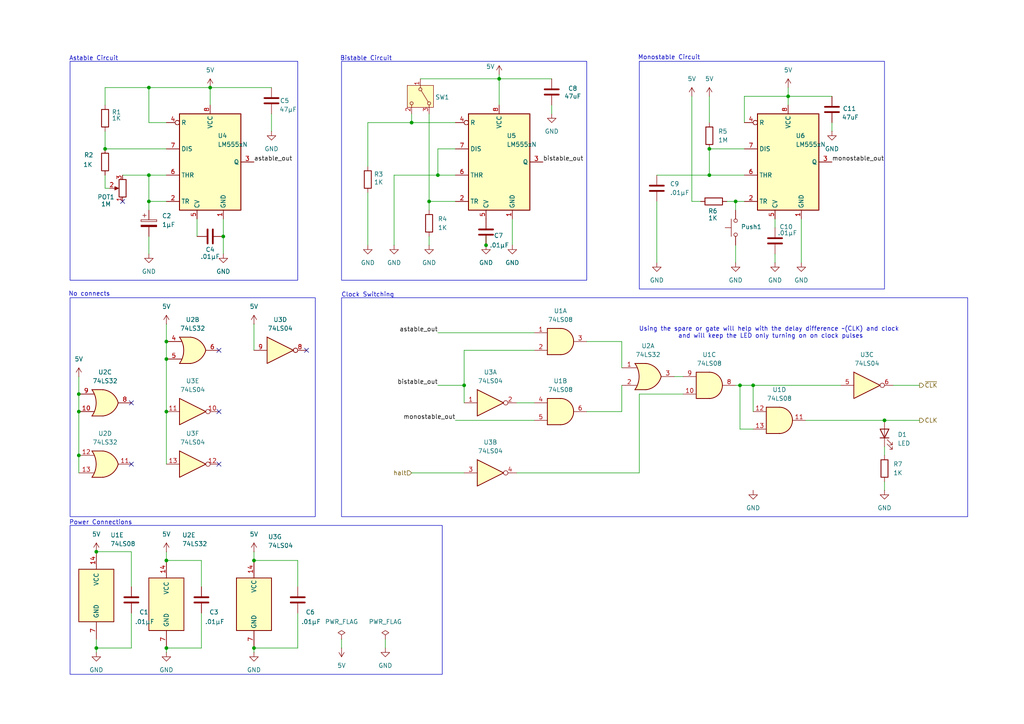
<source format=kicad_sch>
(kicad_sch (version 20231120) (generator "eeschema") (generator_version "8.0")
  (paper "A4")
  (title_block (title "Clock Logic") (date "2024-12-27") (rev "1.0") (company "Arsenal Gear"))
  (lib_symbols
    (symbol "74LS32_1" (pin_names (offset 1.016))
      (property "Reference" "U" (at 0 1.27 0))
      (property "Value" "74LS32" (at 0 -1.27 0))
      (symbol "74LS32_1_1_1"
        (pin input line (at -7.62 2.54 0) (length 4.318) (name "~") (number "1"))
        (pin input line (at -7.62 -2.54 0) (length 4.318) (name "~") (number "2"))
        (pin output line (at 7.62 0 180) (length 3.81) (name "~") (number "3"))
      )
      (symbol "74LS32_1_1_2"
        (pin input inverted (at -7.62 2.54 0) (length 3.81) (name "~") (number "1"))
        (pin input inverted (at -7.62 -2.54 0) (length 3.81) (name "~") (number "2"))
        (pin output inverted (at 7.62 0 180) (length 3.81) (name "~") (number "3"))
      )
      (symbol "74LS32_1_2_1"
        (pin input line (at -7.62 2.54 0) (length 4.318) (name "~") (number "4"))
        (pin input line (at -7.62 -2.54 0) (length 4.318) (name "~") (number "5"))
        (pin output line (at 7.62 0 180) (length 3.81) (name "~") (number "6"))
      )
      (symbol "74LS32_1_2_2"
        (pin input inverted (at -7.62 2.54 0) (length 3.81) (name "~") (number "4"))
        (pin input inverted (at -7.62 -2.54 0) (length 3.81) (name "~") (number "5"))
        (pin output inverted (at 7.62 0 180) (length 3.81) (name "~") (number "6"))
      )
      (symbol "74LS32_1_3_1"
        (pin input line (at -7.62 -2.54 0) (length 4.318) (name "~") (number "10"))
        (pin output line (at 7.62 0 180) (length 3.81) (name "~") (number "8"))
        (pin input line (at -7.62 2.54 0) (length 4.318) (name "~") (number "9"))
      )
      (symbol "74LS32_1_3_2"
        (pin input inverted (at -7.62 -2.54 0) (length 3.81) (name "~") (number "10"))
        (pin output inverted (at 7.62 0 180) (length 3.81) (name "~") (number "8"))
        (pin input inverted (at -7.62 2.54 0) (length 3.81) (name "~") (number "9"))
      )
      (symbol "74LS32_1_4_1"
        (pin output line (at 7.62 0 180) (length 3.81) (name "~") (number "11"))
        (pin input line (at -7.62 2.54 0) (length 4.318) (name "~") (number "12"))
        (pin input line (at -7.62 -2.54 0) (length 4.318) (name "~") (number "13"))
      )
      (symbol "74LS32_1_4_2"
        (pin output inverted (at 7.62 0 180) (length 3.81) (name "~") (number "11"))
        (pin input inverted (at -7.62 2.54 0) (length 3.81) (name "~") (number "12"))
        (pin input inverted (at -7.62 -2.54 0) (length 3.81) (name "~") (number "13"))
      )
      (symbol "74LS32_1_5_0"
        (pin power_in line (at 0 12.7 270) (length 5.08) (name "VCC") (number "14"))
        (pin power_in line (at 0 -12.7 90) (length 5.08) (name "GND") (number "7"))
      )
    )
    (symbol "74xx:74LS04"
      (property "Reference" "U" (at 0 1.27 0))
      (property "Value" "74LS04" (at 0 -1.27 0))
      (symbol "74LS04_1_0"
        (pin input line (at -7.62 0 0) (length 3.81) (name "~") (number "1"))
        (pin output inverted (at 7.62 0 180) (length 3.81) (name "~") (number "2"))
      )
      (symbol "74LS04_2_0"
        (pin input line (at -7.62 0 0) (length 3.81) (name "~") (number "3"))
        (pin output inverted (at 7.62 0 180) (length 3.81) (name "~") (number "4"))
      )
      (symbol "74LS04_3_0"
        (pin input line (at -7.62 0 0) (length 3.81) (name "~") (number "5"))
        (pin output inverted (at 7.62 0 180) (length 3.81) (name "~") (number "6"))
      )
      (symbol "74LS04_4_0"
        (pin output inverted (at 7.62 0 180) (length 3.81) (name "~") (number "8"))
        (pin input line (at -7.62 0 0) (length 3.81) (name "~") (number "9"))
      )
      (symbol "74LS04_5_0"
        (pin output inverted (at 7.62 0 180) (length 3.81) (name "~") (number "10"))
        (pin input line (at -7.62 0 0) (length 3.81) (name "~") (number "11"))
      )
      (symbol "74LS04_6_0"
        (pin output inverted (at 7.62 0 180) (length 3.81) (name "~") (number "12"))
        (pin input line (at -7.62 0 0) (length 3.81) (name "~") (number "13"))
      )
      (symbol "74LS04_7_0"
        (pin power_in line (at 0 12.7 270) (length 5.08) (name "VCC") (number "14"))
        (pin power_in line (at 0 -12.7 90) (length 5.08) (name "GND") (number "7"))
      )
    )
    (symbol "74xx:74LS08" (pin_names (offset 1.016))
      (property "Reference" "U" (at 0 1.27 0))
      (property "Value" "74LS08" (at 0 -1.27 0))
      (symbol "74LS08_1_1"
        (pin input line (at -7.62 2.54 0) (length 3.81) (name "~") (number "1"))
        (pin input line (at -7.62 -2.54 0) (length 3.81) (name "~") (number "2"))
        (pin output line (at 7.62 0 180) (length 3.81) (name "~") (number "3"))
      )
      (symbol "74LS08_1_2"
        (pin input inverted (at -7.62 2.54 0) (length 4.318) (name "~") (number "1"))
        (pin input inverted (at -7.62 -2.54 0) (length 4.318) (name "~") (number "2"))
        (pin output inverted (at 7.62 0 180) (length 3.81) (name "~") (number "3"))
      )
      (symbol "74LS08_2_1"
        (pin input line (at -7.62 2.54 0) (length 3.81) (name "~") (number "4"))
        (pin input line (at -7.62 -2.54 0) (length 3.81) (name "~") (number "5"))
        (pin output line (at 7.62 0 180) (length 3.81) (name "~") (number "6"))
      )
      (symbol "74LS08_2_2"
        (pin input inverted (at -7.62 2.54 0) (length 4.318) (name "~") (number "4"))
        (pin input inverted (at -7.62 -2.54 0) (length 4.318) (name "~") (number "5"))
        (pin output inverted (at 7.62 0 180) (length 3.81) (name "~") (number "6"))
      )
      (symbol "74LS08_3_1"
        (pin input line (at -7.62 -2.54 0) (length 3.81) (name "~") (number "10"))
        (pin output line (at 7.62 0 180) (length 3.81) (name "~") (number "8"))
        (pin input line (at -7.62 2.54 0) (length 3.81) (name "~") (number "9"))
      )
      (symbol "74LS08_3_2"
        (pin input inverted (at -7.62 -2.54 0) (length 4.318) (name "~") (number "10"))
        (pin output inverted (at 7.62 0 180) (length 3.81) (name "~") (number "8"))
        (pin input inverted (at -7.62 2.54 0) (length 4.318) (name "~") (number "9"))
      )
      (symbol "74LS08_4_1"
        (pin output line (at 7.62 0 180) (length 3.81) (name "~") (number "11"))
        (pin input line (at -7.62 2.54 0) (length 3.81) (name "~") (number "12"))
        (pin input line (at -7.62 -2.54 0) (length 3.81) (name "~") (number "13"))
      )
      (symbol "74LS08_4_2"
        (pin output inverted (at 7.62 0 180) (length 3.81) (name "~") (number "11"))
        (pin input inverted (at -7.62 2.54 0) (length 4.318) (name "~") (number "12"))
        (pin input inverted (at -7.62 -2.54 0) (length 4.318) (name "~") (number "13"))
      )
      (symbol "74LS08_5_0"
        (pin power_in line (at 0 12.7 270) (length 5.08) (name "VCC") (number "14"))
        (pin power_in line (at 0 -12.7 90) (length 5.08) (name "GND") (number "7"))
      )
    )
    (symbol "74xx:74LS32" (pin_names (offset 1.016))
      (property "Reference" "U" (at 0 1.27 0))
      (property "Value" "74LS32" (at 0 -1.27 0))
      (symbol "74LS32_1_1"
        (pin input line (at -7.62 2.54 0) (length 4.318) (name "~") (number "1"))
        (pin input line (at -7.62 -2.54 0) (length 4.318) (name "~") (number "2"))
        (pin output line (at 7.62 0 180) (length 3.81) (name "~") (number "3"))
      )
      (symbol "74LS32_1_2"
        (pin input inverted (at -7.62 2.54 0) (length 3.81) (name "~") (number "1"))
        (pin input inverted (at -7.62 -2.54 0) (length 3.81) (name "~") (number "2"))
        (pin output inverted (at 7.62 0 180) (length 3.81) (name "~") (number "3"))
      )
      (symbol "74LS32_2_1"
        (pin input line (at -7.62 2.54 0) (length 4.318) (name "~") (number "4"))
        (pin input line (at -7.62 -2.54 0) (length 4.318) (name "~") (number "5"))
        (pin output line (at 7.62 0 180) (length 3.81) (name "~") (number "6"))
      )
      (symbol "74LS32_2_2"
        (pin input inverted (at -7.62 2.54 0) (length 3.81) (name "~") (number "4"))
        (pin input inverted (at -7.62 -2.54 0) (length 3.81) (name "~") (number "5"))
        (pin output inverted (at 7.62 0 180) (length 3.81) (name "~") (number "6"))
      )
      (symbol "74LS32_3_1"
        (pin input line (at -7.62 -2.54 0) (length 4.318) (name "~") (number "10"))
        (pin output line (at 7.62 0 180) (length 3.81) (name "~") (number "8"))
        (pin input line (at -7.62 2.54 0) (length 4.318) (name "~") (number "9"))
      )
      (symbol "74LS32_3_2"
        (pin input inverted (at -7.62 -2.54 0) (length 3.81) (name "~") (number "10"))
        (pin output inverted (at 7.62 0 180) (length 3.81) (name "~") (number "8"))
        (pin input inverted (at -7.62 2.54 0) (length 3.81) (name "~") (number "9"))
      )
      (symbol "74LS32_4_1"
        (pin output line (at 7.62 0 180) (length 3.81) (name "~") (number "11"))
        (pin input line (at -7.62 2.54 0) (length 4.318) (name "~") (number "12"))
        (pin input line (at -7.62 -2.54 0) (length 4.318) (name "~") (number "13"))
      )
      (symbol "74LS32_4_2"
        (pin output inverted (at 7.62 0 180) (length 3.81) (name "~") (number "11"))
        (pin input inverted (at -7.62 2.54 0) (length 3.81) (name "~") (number "12"))
        (pin input inverted (at -7.62 -2.54 0) (length 3.81) (name "~") (number "13"))
      )
      (symbol "74LS32_5_0"
        (pin power_in line (at 0 12.7 270) (length 5.08) (name "VCC") (number "14"))
        (pin power_in line (at 0 -12.7 90) (length 5.08) (name "GND") (number "7"))
      )
    )
    (symbol "Device:C" (pin_numbers hide) (pin_names (offset 0.254))
      (property "Reference" "C" (at 0.635 2.54 0))
      (property "Value" "C" (at 0.635 -2.54 0))
      (symbol "C_1_1"
        (pin passive line (at 0 3.81 270) (length 2.794) (name "~") (number "1"))
        (pin passive line (at 0 -3.81 90) (length 2.794) (name "~") (number "2"))
      )
    )
    (symbol "Device:C_Polarized" (pin_numbers hide) (pin_names (offset 0.254))
      (property "Reference" "C" (at 0.635 2.54 0))
      (property "Value" "C_Polarized" (at 0.635 -2.54 0))
      (symbol "C_Polarized_1_1"
        (pin passive line (at 0 3.81 270) (length 2.794) (name "~") (number "1"))
        (pin passive line (at 0 -3.81 90) (length 2.794) (name "~") (number "2"))
      )
    )
    (symbol "Device:LED" (pin_numbers hide) (pin_names (offset 1.016) hide)
      (property "Reference" "D" (at 0 2.54 0))
      (property "Value" "LED" (at 0 -2.54 0))
      (symbol "LED_1_1"
        (pin passive line (at -3.81 0 0) (length 2.54) (name "K") (number "1"))
        (pin passive line (at 3.81 0 180) (length 2.54) (name "A") (number "2"))
      )
    )
    (symbol "Device:R" (pin_numbers hide) (pin_names (offset 0))
      (property "Reference" "R" (at 2.032 0 90))
      (property "Value" "R" (at 0 0 90))
      (symbol "R_1_1"
        (pin passive line (at 0 3.81 270) (length 1.27) (name "~") (number "1"))
        (pin passive line (at 0 -3.81 90) (length 1.27) (name "~") (number "2"))
      )
    )
    (symbol "Device:R_Potentiometer" (pin_names (offset 1.016) hide)
      (property "Reference" "RV" (at -4.445 0 90))
      (property "Value" "R_Potentiometer" (at -2.54 0 90))
      (symbol "R_Potentiometer_1_1"
        (pin passive line (at 0 3.81 270) (length 1.27) (name "1") (number "1"))
        (pin passive line (at 3.81 0 180) (length 1.27) (name "2") (number "2"))
        (pin passive line (at 0 -3.81 90) (length 1.27) (name "3") (number "3"))
      )
    )
    (symbol "LM555xN_1"
      (property "Reference" "U3" (at 2.1941 12.7 0))
      (property "Value" "LM555xN" (at 2.1941 10.16 0))
      (symbol "LM555xN_1_0_0"
        (pin power_in line (at 3.81 -11.43 90) (length 2.54) (name "GND") (number "1"))
        (pin power_in line (at 0 21.59 270) (length 2.54) (name "VCC") (number "8"))
      )
      (symbol "LM555xN_1_1_1"
        (pin input line (at -12.7 -6.35 0) (length 3.81) (name "TR") (number "2"))
        (pin output line (at 12.7 5.08 180) (length 3.81) (name "Q") (number "3"))
        (pin input inverted (at -12.7 16.51 0) (length 3.81) (name "R") (number "4"))
        (pin input line (at -3.81 -11.43 90) (length 2.54) (name "CV") (number "5"))
        (pin input line (at -12.7 1.27 0) (length 3.81) (name "THR") (number "6"))
        (pin input line (at -12.7 8.89 0) (length 3.81) (name "DIS") (number "7"))
      )
    )
    (symbol "Switch:SW_Push" (pin_numbers hide) (pin_names (offset 1.016) hide)
      (property "Reference" "SW" (at 1.27 2.54 0))
      (property "Value" "SW_Push" (at 0 -1.524 0))
      (symbol "SW_Push_0_1"
        (pin passive line (at -5.08 0 0) (length 2.54) (name "1") (number "1"))
        (pin passive line (at 5.08 0 180) (length 2.54) (name "2") (number "2"))
      )
    )
    (symbol "Switch:SW_Wuerth_450301014042" (pin_names (offset 1) hide)
      (property "Reference" "SW" (at 0 5.08 0))
      (property "Value" "SW_Wuerth_450301014042" (at 0 -5.08 0))
      (symbol "SW_Wuerth_450301014042_1_1"
        (pin passive line (at -5.08 0 0) (length 2.54) (name "B") (number "1"))
        (pin passive line (at 5.08 -2.54 180) (length 2.54) (name "C") (number "2"))
        (pin passive line (at 5.08 2.54 180) (length 2.54) (name "A") (number "3"))
      )
    )
    (symbol "power:GND" (power) (pin_numbers hide) (pin_names (offset 0) hide)
      (property "Value" "GND" (at 0 -3.81 0))
      (symbol "GND_1_1"
        (pin power_in line (at 0 0 270) (length 0) (name "~") (number "1"))
      )
    )
    (symbol "power:PWR_FLAG" (power) (pin_numbers hide) (pin_names (offset 0) hide)
      (property "Value" "PWR_FLAG" (at 0 3.81 0))
      (symbol "PWR_FLAG_0_0"
        (pin power_out line (at 0 0 90) (length 0) (name "~") (number "1"))
      )
    )
    (symbol "power:VCC" (power) (pin_numbers hide) (pin_names (offset 0) hide)
      (property "Value" "VCC" (at 0 3.556 0))
      (symbol "VCC_1_1"
        (pin power_in line (at 0 0 90) (length 0) (name "~") (number "1"))
      )
    )
  )
  (junction (at 48.26 99.06))
  (junction (at 205.74 50.8))
  (junction (at 228.6 27.94))
  (junction (at 256.54 121.92))
  (junction (at 60.96 25.4))
  (junction (at 64.77 68.58))
  (junction (at 119.38 35.56))
  (junction (at 48.26 162.56))
  (junction (at 22.86 119.38))
  (junction (at 22.86 114.3))
  (junction (at 144.78 22.86))
  (junction (at 48.26 119.38))
  (junction (at 73.66 187.96))
  (junction (at 48.26 187.96))
  (junction (at 43.18 25.4))
  (junction (at 124.46 58.42))
  (junction (at 22.86 132.08))
  (junction (at 43.18 58.42))
  (junction (at 43.18 50.8))
  (junction (at 218.44 111.76))
  (junction (at 213.36 58.42))
  (junction (at 73.66 162.56))
  (junction (at 205.74 43.18))
  (junction (at 134.62 111.76))
  (junction (at 140.97 71.12))
  (junction (at 127 50.8))
  (junction (at 27.94 187.96))
  (junction (at 48.26 104.14))
  (junction (at 27.94 160.02))
  (junction (at 30.48 43.18))
  (junction (at 214.63 111.76))
  (no_connect (at 38.1 116.84))
  (no_connect (at 35.56 58.42))
  (no_connect (at 63.5 134.62))
  (no_connect (at 38.1 134.62))
  (no_connect (at 63.5 119.38))
  (no_connect (at 63.5 101.6))
  (no_connect (at 88.9 101.6))
  (wire (pts (xy 43.18 68.58) (xy 43.18 73.66)))
  (wire (pts (xy 43.18 25.4) (xy 60.96 25.4)))
  (wire (pts (xy 218.44 124.46) (xy 214.63 124.46)))
  (wire (pts (xy 121.92 22.86) (xy 144.78 22.86)))
  (wire (pts (xy 132.08 43.18) (xy 127 43.18)))
  (wire (pts (xy 134.62 101.6) (xy 134.62 111.76)))
  (wire (pts (xy 73.66 187.96) (xy 73.66 189.23)))
  (wire (pts (xy 86.36 187.96) (xy 73.66 187.96)))
  (wire (pts (xy 48.26 104.14) (xy 48.26 119.38)))
  (wire (pts (xy 73.66 160.02) (xy 73.66 162.56)))
  (wire (pts (xy 43.18 58.42) (xy 43.18 60.96)))
  (wire (pts (xy 124.46 58.42) (xy 132.08 58.42)))
  (wire (pts (xy 64.77 63.5) (xy 64.77 68.58)))
  (wire (pts (xy 218.44 111.76) (xy 214.63 111.76)))
  (wire (pts (xy 214.63 111.76) (xy 213.36 111.76)))
  (wire (pts (xy 144.78 22.86) (xy 144.78 30.48)))
  (wire (pts (xy 224.79 63.5) (xy 224.79 66.04)))
  (wire (pts (xy 214.63 124.46) (xy 214.63 111.76)))
  (wire (pts (xy 213.36 58.42) (xy 215.9 58.42)))
  (wire (pts (xy 64.77 68.58) (xy 64.77 73.66)))
  (wire (pts (xy 180.34 111.76) (xy 180.34 119.38)))
  (wire (pts (xy 232.41 63.5) (xy 232.41 76.2)))
  (wire (pts (xy 58.42 170.18) (xy 58.42 162.56)))
  (wire (pts (xy 205.74 43.18) (xy 205.74 50.8)))
  (wire (pts (xy 256.54 129.54) (xy 256.54 132.08)))
  (wire (pts (xy 215.9 27.94) (xy 228.6 27.94)))
  (wire (pts (xy 195.58 109.22) (xy 198.12 109.22)))
  (wire (pts (xy 215.9 50.8) (xy 205.74 50.8)))
  (wire (pts (xy 190.5 58.42) (xy 190.5 76.2)))
  (wire (pts (xy 170.18 99.06) (xy 180.34 99.06)))
  (wire (pts (xy 22.86 119.38) (xy 22.86 132.08)))
  (wire (pts (xy 215.9 43.18) (xy 205.74 43.18)))
  (wire (pts (xy 58.42 162.56) (xy 48.26 162.56)))
  (wire (pts (xy 154.94 101.6) (xy 134.62 101.6)))
  (wire (pts (xy 210.82 58.42) (xy 213.36 58.42)))
  (wire (pts (xy 185.42 114.3) (xy 185.42 137.16)))
  (wire (pts (xy 160.02 30.48) (xy 160.02 33.02)))
  (wire (pts (xy 86.36 177.8) (xy 86.36 187.96)))
  (wire (pts (xy 140.97 68.58) (xy 140.97 71.12)))
  (wire (pts (xy 106.68 55.88) (xy 106.68 71.12)))
  (wire (pts (xy 38.1 170.18) (xy 38.1 160.02)))
  (wire (pts (xy 134.62 111.76) (xy 134.62 116.84)))
  (wire (pts (xy 43.18 50.8) (xy 43.18 58.42)))
  (wire (pts (xy 43.18 50.8) (xy 48.26 50.8)))
  (wire (pts (xy 30.48 38.1) (xy 30.48 43.18)))
  (wire (pts (xy 48.26 99.06) (xy 48.26 104.14)))
  (wire (pts (xy 205.74 27.94) (xy 205.74 35.56)))
  (wire (pts (xy 106.68 35.56) (xy 119.38 35.56)))
  (wire (pts (xy 144.78 21.59) (xy 144.78 22.86)))
  (wire (pts (xy 114.3 50.8) (xy 114.3 71.12)))
  (wire (pts (xy 218.44 111.76) (xy 218.44 119.38)))
  (wire (pts (xy 233.68 121.92) (xy 256.54 121.92)))
  (wire (pts (xy 48.26 162.56) (xy 48.26 160.02)))
  (wire (pts (xy 124.46 58.42) (xy 124.46 60.96)))
  (wire (pts (xy 58.42 187.96) (xy 48.26 187.96)))
  (wire (pts (xy 86.36 170.18) (xy 86.36 162.56)))
  (wire (pts (xy 111.76 185.42) (xy 111.76 187.96)))
  (wire (pts (xy 200.66 58.42) (xy 203.2 58.42)))
  (wire (pts (xy 127 96.52) (xy 154.94 96.52)))
  (wire (pts (xy 132.08 121.92) (xy 154.94 121.92)))
  (wire (pts (xy 106.68 35.56) (xy 106.68 48.26)))
  (wire (pts (xy 27.94 187.96) (xy 27.94 189.23)))
  (wire (pts (xy 30.48 25.4) (xy 43.18 25.4)))
  (wire (pts (xy 60.96 25.4) (xy 78.74 25.4)))
  (wire (pts (xy 256.54 121.92) (xy 266.7 121.92)))
  (wire (pts (xy 127 111.76) (xy 134.62 111.76)))
  (wire (pts (xy 30.48 54.61) (xy 31.75 54.61)))
  (wire (pts (xy 58.42 177.8) (xy 58.42 187.96)))
  (wire (pts (xy 241.3 35.56) (xy 241.3 38.1)))
  (wire (pts (xy 86.36 162.56) (xy 73.66 162.56)))
  (wire (pts (xy 218.44 111.76) (xy 243.84 111.76)))
  (wire (pts (xy 30.48 54.61) (xy 30.48 50.8)))
  (wire (pts (xy 48.26 119.38) (xy 48.26 134.62)))
  (wire (pts (xy 119.38 35.56) (xy 132.08 35.56)))
  (wire (pts (xy 149.86 116.84) (xy 154.94 116.84)))
  (wire (pts (xy 27.94 185.42) (xy 27.94 187.96)))
  (wire (pts (xy 35.56 50.8) (xy 43.18 50.8)))
  (wire (pts (xy 60.96 25.4) (xy 60.96 30.48)))
  (wire (pts (xy 185.42 114.3) (xy 198.12 114.3)))
  (wire (pts (xy 22.86 114.3) (xy 22.86 119.38)))
  (wire (pts (xy 48.26 35.56) (xy 43.18 35.56)))
  (wire (pts (xy 215.9 35.56) (xy 215.9 27.94)))
  (wire (pts (xy 224.79 73.66) (xy 224.79 76.2)))
  (wire (pts (xy 213.36 71.12) (xy 213.36 76.2)))
  (wire (pts (xy 127 50.8) (xy 114.3 50.8)))
  (wire (pts (xy 205.74 50.8) (xy 190.5 50.8)))
  (wire (pts (xy 228.6 27.94) (xy 228.6 30.48)))
  (wire (pts (xy 43.18 35.56) (xy 43.18 25.4)))
  (wire (pts (xy 22.86 132.08) (xy 22.86 137.16)))
  (wire (pts (xy 228.6 27.94) (xy 241.3 27.94)))
  (wire (pts (xy 259.08 111.76) (xy 266.7 111.76)))
  (wire (pts (xy 38.1 187.96) (xy 27.94 187.96)))
  (wire (pts (xy 48.26 93.98) (xy 48.26 99.06)))
  (wire (pts (xy 256.54 139.7) (xy 256.54 142.24)))
  (wire (pts (xy 144.78 22.86) (xy 160.02 22.86)))
  (wire (pts (xy 127 43.18) (xy 127 50.8)))
  (wire (pts (xy 30.48 25.4) (xy 30.48 30.48)))
  (wire (pts (xy 124.46 33.02) (xy 124.46 58.42)))
  (wire (pts (xy 57.15 63.5) (xy 57.15 68.58)))
  (wire (pts (xy 38.1 177.8) (xy 38.1 187.96)))
  (wire (pts (xy 180.34 99.06) (xy 180.34 106.68)))
  (wire (pts (xy 99.06 187.96) (xy 99.06 185.42)))
  (wire (pts (xy 228.6 25.4) (xy 228.6 27.94)))
  (wire (pts (xy 148.59 63.5) (xy 148.59 71.12)))
  (wire (pts (xy 30.48 43.18) (xy 48.26 43.18)))
  (wire (pts (xy 132.08 50.8) (xy 127 50.8)))
  (wire (pts (xy 78.74 33.02) (xy 78.74 38.1)))
  (wire (pts (xy 22.86 109.22) (xy 22.86 114.3)))
  (wire (pts (xy 149.86 137.16) (xy 185.42 137.16)))
  (wire (pts (xy 124.46 68.58) (xy 124.46 71.12)))
  (wire (pts (xy 119.38 33.02) (xy 119.38 35.56)))
  (wire (pts (xy 73.66 93.98) (xy 73.66 101.6)))
  (wire (pts (xy 38.1 160.02) (xy 27.94 160.02)))
  (wire (pts (xy 170.18 119.38) (xy 180.34 119.38)))
  (wire (pts (xy 43.18 58.42) (xy 48.26 58.42)))
  (wire (pts (xy 213.36 58.42) (xy 213.36 60.96)))
  (wire (pts (xy 119.38 137.16) (xy 134.62 137.16)))
  (wire (pts (xy 48.26 187.96) (xy 48.26 189.23)))
  (wire (pts (xy 200.66 27.94) (xy 200.66 58.42)))
  (rectangle (start 99.06 86.36) (end 280.67 149.86))
  (rectangle (start 185.42 17.78) (end 256.54 83.82))
  (rectangle (start 20.32 17.78) (end 86.36 81.28))
  (rectangle (start 99.06 17.78) (end 170.18 81.28))
  (rectangle (start 20.32 152.4) (end 128.27 195.58))
  (rectangle (start 20.32 86.36) (end 91.44 149.86))
  (text "Astable Circuit" (at 27.178 17.018 0) (effects (font (size 1.27 1.27))))
  (text "Power Connections" (at 29.21 151.638 0) (effects (font (size 1.27 1.27))))
  (text "Bistable Circuit\n" (at 106.172 17.018 0) (effects (font (size 1.27 1.27))))
  (text "Monostable Circuit" (at 194.056 16.764 0) (effects (font (size 1.27 1.27))))
  (text "Clock Switching" (at 106.68 85.598 0) (effects (font (size 1.27 1.27))))
  (text "No connects" (at 25.908 85.344 0) (effects (font (size 1.27 1.27))))
  (text "Using the spare or gate will help with the delay difference ~(CLK) and clock \nand will keep the LED only turning on on clock pulses\n" (at 223.52 96.52 0) (effects (font (size 1.27 1.27))))
  (label "bistable_out" (at 127 111.76 180))
  (label "monostable_out" (at 241.3 46.99 0))
  (label "astable_out" (at 73.66 46.99 0))
  (label "monostable_out" (at 132.08 121.92 180))
  (label "astable_out" (at 127 96.52 180))
  (label "bistable_out" (at 157.48 46.99 0))
  (hierarchical_label "~{CLK}" (shape output) (at 266.7 111.76 0))
  (hierarchical_label "halt" (shape input) (at 119.38 137.16 180))
  (hierarchical_label "CLK" (shape output) (at 266.7 121.92 0))
  (symbol (lib_id "74xx:74LS04") (at 251.46 111.76 0) (unit 3) (exclude_from_sim yes)
    (property "Reference" "U3" (at 251.46 102.87 0))
    (property "Value" "74LS04" (at 251.46 105.41 0))
    (property "Footprint" "MyFootPrints:SN74LS04N" (effects (hide yes)))
    (property "Datasheet" "http://www.ti.com/lit/gpn/sn74LS04" (effects (hide yes)))
    (property "Description" "Hex Inverter" (effects (hide yes)))
  )
  (symbol (lib_name "LM555xN_1") (lib_id "Timer:LM555xN") (at 144.78 52.07 0) (unit 1) (exclude_from_sim yes)
    (property "Reference" "U5" (at 146.9741 39.37 0) (effects (justify left)))
    (property "Value" "LM555xN" (at 146.9741 41.91 0) (effects (justify left)))
    (property "Footprint" "Package_DIP:DIP-8_W7.62mm" (effects (hide yes)))
    (property "Datasheet" "http://www.ti.com/lit/ds/symlink/lm555.pdf" (effects (hide yes)))
    (property "Description" "Timer, 555 compatible, PDIP-8" (effects (hide yes)))
  )
  (symbol (lib_id "power:GND") (at 232.41 76.2 0) (unit 1) (exclude_from_sim yes)
    (property "Reference" "#PWR030" (effects (hide yes)))
    (property "Value" "GND" (at 232.41 81.28 0))
    (property "Description" "Power symbol creates a global label with name \"GND\" , ground" (effects (hide yes)))
  )
  (symbol (lib_id "power:VCC") (at 73.66 160.02 0) (unit 1) (exclude_from_sim yes)
    (property "Reference" "#PWR010" (effects (hide yes)))
    (property "Value" "5V" (at 73.66 154.94 0))
    (property "Description" "Power symbol creates a global label with name \"VCC\"" (effects (hide yes)))
  )
  (symbol (lib_id "74xx:74LS08") (at 162.56 99.06 0) (unit 1) (exclude_from_sim yes)
    (property "Reference" "U1" (at 162.5517 90.17 0))
    (property "Value" "74LS08" (at 162.5517 92.71 0))
    (property "Footprint" "MyFootPrints:SN74LS08N" (effects (hide yes)))
    (property "Datasheet" "http://www.ti.com/lit/gpn/sn74LS08" (effects (hide yes)))
    (property "Description" "Quad And2" (effects (hide yes)))
  )
  (symbol (lib_id "74xx:74LS08") (at 226.06 121.92 0) (unit 4) (exclude_from_sim yes)
    (property "Reference" "U1" (at 226.0517 113.03 0))
    (property "Value" "74LS08" (at 226.0517 115.57 0))
    (property "Footprint" "MyFootPrints:SN74LS08N" (effects (hide yes)))
    (property "Datasheet" "http://www.ti.com/lit/gpn/sn74LS08" (effects (hide yes)))
    (property "Description" "Quad And2" (effects (hide yes)))
  )
  (symbol (lib_id "Device:C") (at 86.36 173.99 180) (unit 1) (exclude_from_sim yes)
    (property "Reference" "C6" (at 88.646 177.546 0) (effects (justify right)))
    (property "Value" ".01µF" (at 87.376 180.34 0) (effects (justify right)))
    (property "Footprint" "Capacitor_THT:C_Disc_D5.0mm_W2.5mm_P2.50mm" (effects (hide yes)))
    (property "Description" "Unpolarized capacitor" (effects (hide yes)))
  )
  (symbol (lib_id "power:VCC") (at 48.26 160.02 0) (unit 1) (exclude_from_sim yes)
    (property "Reference" "#PWR05" (effects (hide yes)))
    (property "Value" "5V" (at 48.26 154.94 0))
    (property "Description" "Power symbol creates a global label with name \"VCC\"" (effects (hide yes)))
  )
  (symbol (lib_id "power:GND") (at 224.79 76.2 0) (unit 1) (exclude_from_sim yes)
    (property "Reference" "#PWR028" (effects (hide yes)))
    (property "Value" "GND" (at 224.79 81.28 0))
    (property "Description" "Power symbol creates a global label with name \"GND\" , ground" (effects (hide yes)))
  )
  (symbol (lib_id "Device:R") (at 30.48 46.99 0) (unit 1) (exclude_from_sim yes)
    (property "Reference" "R2" (at 24.384 44.958 0) (effects (justify left)))
    (property "Value" "1K" (at 24.13 47.752 0) (effects (justify left)))
    (property "Footprint" "Resistor_THT:R_Axial_DIN0207_L6.3mm_D2.5mm_P5.08mm_Vertical" (effects (hide yes)))
    (property "Description" "Resistor" (effects (hide yes)))
  )
  (symbol (lib_id "Device:C") (at 190.5 54.61 180) (unit 1) (exclude_from_sim yes)
    (property "Reference" "C9" (at 194.31 53.34 0) (effects (justify right)))
    (property "Value" ".01µF" (at 194.31 55.88 0) (effects (justify right)))
    (property "Footprint" "Capacitor_THT:C_Disc_D5.0mm_W2.5mm_P2.50mm" (effects (hide yes)))
    (property "Description" "Unpolarized capacitor" (effects (hide yes)))
  )
  (symbol (lib_id "power:GND") (at 241.3 38.1 0) (unit 1) (exclude_from_sim yes)
    (property "Reference" "#PWR035" (effects (hide yes)))
    (property "Value" "GND" (at 241.3 43.18 0))
    (property "Description" "Power symbol creates a global label with name \"GND\" , ground" (effects (hide yes)))
  )
  (symbol (lib_id "power:VCC") (at 144.78 21.59 0) (unit 1) (exclude_from_sim yes)
    (property "Reference" "#PWR020" (effects (hide yes)))
    (property "Value" "5V" (at 142.24 19.304 0))
    (property "Description" "Power symbol creates a global label with name \"VCC\"" (effects (hide yes)))
  )
  (symbol (lib_id "power:GND") (at 148.59 71.12 0) (unit 1) (exclude_from_sim yes)
    (property "Reference" "#PWR021" (effects (hide yes)))
    (property "Value" "GND" (at 148.59 76.2 0))
    (property "Description" "Power symbol creates a global label with name \"GND\" , ground" (effects (hide yes)))
  )
  (symbol (lib_id "power:VCC") (at 205.74 27.94 0) (unit 1) (exclude_from_sim yes)
    (property "Reference" "#PWR026" (effects (hide yes)))
    (property "Value" "5V" (at 205.74 22.86 0))
    (property "Description" "Power symbol creates a global label with name \"VCC\"" (effects (hide yes)))
  )
  (symbol (lib_id "power:PWR_FLAG") (at 111.76 185.42 0) (unit 1) (exclude_from_sim yes)
    (property "Reference" "#FLG02" (effects (hide yes)))
    (property "Value" "PWR_FLAG" (at 111.76 180.34 0))
    (property "Description" "Special symbol for telling ERC where power comes from" (effects (hide yes)))
  )
  (symbol (lib_id "Device:R") (at 205.74 39.37 0) (unit 1) (exclude_from_sim yes)
    (property "Reference" "R5" (at 208.28 38.0999 0) (effects (justify left)))
    (property "Value" "1M" (at 208.28 40.6399 0) (effects (justify left)))
    (property "Footprint" "Resistor_THT:R_Axial_DIN0207_L6.3mm_D2.5mm_P5.08mm_Vertical" (effects (hide yes)))
    (property "Description" "Resistor" (effects (hide yes)))
  )
  (symbol (lib_id "74xx:74LS04") (at 55.88 134.62 0) (unit 6) (exclude_from_sim yes)
    (property "Reference" "U3" (at 55.88 125.73 0))
    (property "Value" "74LS04" (at 55.88 128.27 0))
    (property "Footprint" "MyFootPrints:SN74LS04N" (effects (hide yes)))
    (property "Datasheet" "http://www.ti.com/lit/gpn/sn74LS04" (effects (hide yes)))
    (property "Description" "Hex Inverter" (effects (hide yes)))
  )
  (symbol (lib_id "power:GND") (at 78.74 38.1 0) (unit 1) (exclude_from_sim yes)
    (property "Reference" "#PWR013" (effects (hide yes)))
    (property "Value" "GND" (at 78.74 43.18 0))
    (property "Description" "Power symbol creates a global label with name \"GND\" , ground" (effects (hide yes)))
  )
  (symbol (lib_id "power:VCC") (at 228.6 25.4 0) (unit 1) (exclude_from_sim yes)
    (property "Reference" "#PWR029" (effects (hide yes)))
    (property "Value" "5V" (at 228.6 20.32 0))
    (property "Description" "Power symbol creates a global label with name \"VCC\"" (effects (hide yes)))
  )
  (symbol (lib_id "74xx:74LS04") (at 142.24 137.16 0) (unit 2) (exclude_from_sim yes)
    (property "Reference" "U3" (at 142.24 128.27 0))
    (property "Value" "74LS04" (at 142.24 130.81 0))
    (property "Footprint" "MyFootPrints:SN74LS04N" (effects (hide yes)))
    (property "Datasheet" "http://www.ti.com/lit/gpn/sn74LS04" (effects (hide yes)))
    (property "Description" "Hex Inverter" (effects (hide yes)))
  )
  (symbol (lib_id "power:VCC") (at 200.66 27.94 0) (unit 1) (exclude_from_sim yes)
    (property "Reference" "#PWR025" (effects (hide yes)))
    (property "Value" "5V" (at 200.66 22.86 0))
    (property "Description" "Power symbol creates a global label with name \"VCC\"" (effects (hide yes)))
  )
  (symbol (lib_id "power:GND") (at 160.02 33.02 0) (unit 1) (exclude_from_sim yes)
    (property "Reference" "#PWR022" (effects (hide yes)))
    (property "Value" "GND" (at 160.02 38.1 0))
    (property "Description" "Power symbol creates a global label with name \"GND\" , ground" (effects (hide yes)))
  )
  (symbol (lib_id "74xx:74LS32") (at 30.48 116.84 0) (unit 3) (exclude_from_sim yes)
    (property "Reference" "U2" (at 30.48 107.95 0))
    (property "Value" "74LS32" (at 30.48 110.49 0))
    (property "Footprint" "MyFootPrints:SN74LS32N" (effects (hide yes)))
    (property "Datasheet" "http://www.ti.com/lit/gpn/sn74LS32" (effects (hide yes)))
    (property "Description" "Quad 2-input OR" (effects (hide yes)))
  )
  (symbol (lib_id "power:GND") (at 43.18 73.66 0) (unit 1) (exclude_from_sim yes)
    (property "Reference" "#PWR04" (effects (hide yes)))
    (property "Value" "GND" (at 43.18 78.74 0))
    (property "Description" "Power symbol creates a global label with name \"GND\" , ground" (effects (hide yes)))
  )
  (symbol (lib_id "Device:R") (at 256.54 135.89 0) (unit 1) (exclude_from_sim yes)
    (property "Reference" "R7" (at 259.08 134.6199 0) (effects (justify left)))
    (property "Value" "1K" (at 259.08 137.1599 0) (effects (justify left)))
    (property "Footprint" "Resistor_THT:R_Axial_DIN0207_L6.3mm_D2.5mm_P5.08mm_Vertical" (effects (hide yes)))
    (property "Description" "Resistor" (effects (hide yes)))
  )
  (symbol (lib_id "power:GND") (at 114.3 71.12 0) (unit 1) (exclude_from_sim yes)
    (property "Reference" "#PWR017" (effects (hide yes)))
    (property "Value" "GND" (at 114.3 76.2 0))
    (property "Description" "Power symbol creates a global label with name \"GND\" , ground" (effects (hide yes)))
  )
  (symbol (lib_id "power:VCC") (at 99.06 187.96 180) (unit 1) (exclude_from_sim yes)
    (property "Reference" "#PWR014" (effects (hide yes)))
    (property "Value" "5V" (at 99.06 193.04 0))
    (property "Description" "Power symbol creates a global label with name \"VCC\"" (effects (hide yes)))
  )
  (symbol (lib_id "Switch:SW_Push") (at 213.36 66.04 90) (unit 1) (exclude_from_sim yes)
    (property "Reference" "Push1" (at 214.884 65.786 90) (effects (justify right)))
    (property "Value" "SW_Push" (effects (hide yes)))
    (property "Footprint" "Button_Switch_THT:SW_PUSH_6mm_H4.3mm" (effects (hide yes)))
    (property "Description" "Push button switch, generic, two pins" (effects (hide yes)))
  )
  (symbol (lib_name "74LS32_1") (lib_id "74xx:74LS32") (at 55.88 101.6 0) (unit 2) (exclude_from_sim yes)
    (property "Reference" "U2" (at 55.88 92.71 0))
    (property "Value" "74LS32" (at 55.88 95.25 0))
    (property "Footprint" "MyFootPrints:SN74LS32N" (effects (hide yes)))
    (property "Datasheet" "http://www.ti.com/lit/gpn/sn74LS32" (effects (hide yes)))
    (property "Description" "Quad 2-input OR" (effects (hide yes)))
  )
  (symbol (lib_id "power:GND") (at 106.68 71.12 0) (unit 1) (exclude_from_sim yes)
    (property "Reference" "#PWR016" (effects (hide yes)))
    (property "Value" "GND" (at 106.68 76.2 0))
    (property "Description" "Power symbol creates a global label with name \"GND\" , ground" (effects (hide yes)))
  )
  (symbol (lib_id "Device:C_Polarized") (at 43.18 64.77 0) (unit 1) (exclude_from_sim yes)
    (property "Reference" "C2" (at 46.99 62.6109 0) (effects (justify left)))
    (property "Value" "1µF" (at 46.99 65.1509 0) (effects (justify left)))
    (property "Footprint" "Capacitor_THT:C_Radial_D5.0mm_H11.0mm_P2.00mm" (effects (hide yes)))
    (property "Description" "Polarized capacitor" (effects (hide yes)))
  )
  (symbol (lib_id "Switch:SW_Wuerth_450301014042") (at 121.92 27.94 270) (unit 1) (exclude_from_sim yes)
    (property "Reference" "SW1" (at 128.27 28.194 90))
    (property "Value" "Switch" (effects (hide yes)))
    (property "Footprint" "MyFootPrints:SW_Slide-Jameco-SS-12E17-G020" (effects (hide yes)))
    (property "Datasheet" "https://www.jameco.com/Jameco/Products/ProdDS/2258831.pdf" (effects (hide yes)))
    (property "Description" "Switch slide, single pole double throw" (effects (hide yes)))
  )
  (symbol (lib_id "74xx:74LS08") (at 162.56 119.38 0) (unit 2) (exclude_from_sim yes)
    (property "Reference" "U1" (at 162.5517 110.49 0))
    (property "Value" "74LS08" (at 162.5517 113.03 0))
    (property "Footprint" "MyFootPrints:SN74LS08N" (effects (hide yes)))
    (property "Datasheet" "http://www.ti.com/lit/gpn/sn74LS08" (effects (hide yes)))
    (property "Description" "Quad And2" (effects (hide yes)))
  )
  (symbol (lib_id "Device:C") (at 140.97 67.31 180) (unit 1) (exclude_from_sim yes)
    (property "Reference" "C7" (at 143.256 68.326 0) (effects (justify right)))
    (property "Value" ".01µF" (at 141.986 71.12 0) (effects (justify right)))
    (property "Footprint" "Capacitor_THT:C_Disc_D5.0mm_W2.5mm_P2.50mm" (effects (hide yes)))
    (property "Description" "Unpolarized capacitor" (effects (hide yes)))
  )
  (symbol (lib_id "Device:C") (at 38.1 173.99 180) (unit 1) (exclude_from_sim yes)
    (property "Reference" "C1" (at 40.386 177.546 0) (effects (justify right)))
    (property "Value" ".01µF" (at 39.116 180.34 0) (effects (justify right)))
    (property "Footprint" "Capacitor_THT:C_Disc_D5.0mm_W2.5mm_P2.50mm" (effects (hide yes)))
    (property "Description" "Unpolarized capacitor" (effects (hide yes)))
  )
  (symbol (lib_id "74xx:74LS32") (at 187.96 109.22 0) (unit 1) (exclude_from_sim yes)
    (property "Reference" "U2" (at 187.96 100.33 0))
    (property "Value" "74LS32" (at 187.96 102.87 0))
    (property "Footprint" "MyFootPrints:SN74LS32N" (effects (hide yes)))
    (property "Datasheet" "http://www.ti.com/lit/gpn/sn74LS32" (effects (hide yes)))
    (property "Description" "Quad 2-input OR" (effects (hide yes)))
  )
  (symbol (lib_id "Device:R") (at 207.01 58.42 270) (unit 1) (exclude_from_sim yes)
    (property "Reference" "R6" (at 206.756 61.214 90))
    (property "Value" "1K" (at 206.756 63.246 90))
    (property "Footprint" "Resistor_THT:R_Axial_DIN0207_L6.3mm_D2.5mm_P5.08mm_Vertical" (effects (hide yes)))
    (property "Description" "Resistor" (effects (hide yes)))
  )
  (symbol (lib_id "power:GND") (at 218.44 142.24 0) (unit 1) (exclude_from_sim yes)
    (property "Reference" "#PWR024" (effects (hide yes)))
    (property "Value" "GND" (at 218.44 147.32 0))
    (property "Description" "Power symbol creates a global label with name \"GND\" , ground" (effects (hide yes)))
  )
  (symbol (lib_id "power:GND") (at 73.66 189.23 0) (unit 1) (exclude_from_sim yes)
    (property "Reference" "#PWR011" (effects (hide yes)))
    (property "Value" "GND" (at 73.66 194.31 0))
    (property "Description" "Power symbol creates a global label with name \"GND\" , ground" (effects (hide yes)))
  )
  (symbol (lib_id "power:GND") (at 140.97 71.12 0) (unit 1) (exclude_from_sim yes)
    (property "Reference" "#PWR019" (effects (hide yes)))
    (property "Value" "GND" (at 140.97 76.2 0))
    (property "Description" "Power symbol creates a global label with name \"GND\" , ground" (effects (hide yes)))
  )
  (symbol (lib_id "power:VCC") (at 27.94 160.02 0) (unit 1) (exclude_from_sim yes)
    (property "Reference" "#PWR02" (effects (hide yes)))
    (property "Value" "5V" (at 27.94 154.94 0))
    (property "Description" "Power symbol creates a global label with name \"VCC\"" (effects (hide yes)))
  )
  (symbol (lib_id "power:GND") (at 111.76 187.96 0) (unit 1) (exclude_from_sim yes)
    (property "Reference" "#PWR015" (effects (hide yes)))
    (property "Value" "GND" (at 111.76 193.04 0))
    (property "Description" "Power symbol creates a global label with name \"GND\" , ground" (effects (hide yes)))
  )
  (symbol (lib_id "power:PWR_FLAG") (at 99.06 185.42 0) (unit 1) (exclude_from_sim yes)
    (property "Reference" "#FLG01" (effects (hide yes)))
    (property "Value" "PWR_FLAG" (at 99.06 180.34 0))
    (property "Description" "Special symbol for telling ERC where power comes from" (effects (hide yes)))
  )
  (symbol (lib_id "power:VCC") (at 22.86 109.22 0) (unit 1) (exclude_from_sim yes)
    (property "Reference" "#PWR01" (effects (hide yes)))
    (property "Value" "5V" (at 22.86 104.14 0))
    (property "Description" "Power symbol creates a global label with name \"VCC\"" (effects (hide yes)))
  )
  (symbol (lib_id "Device:R") (at 106.68 52.07 180) (unit 1) (exclude_from_sim yes)
    (property "Reference" "R3" (at 108.458 50.546 0) (effects (justify right)))
    (property "Value" "1K" (at 108.458 52.832 0) (effects (justify right)))
    (property "Footprint" "Resistor_THT:R_Axial_DIN0207_L6.3mm_D2.5mm_P5.08mm_Vertical" (effects (hide yes)))
    (property "Description" "Resistor" (effects (hide yes)))
  )
  (symbol (lib_id "Device:C") (at 78.74 29.21 0) (unit 1) (exclude_from_sim yes)
    (property "Reference" "C5" (at 82.55 29.21 0))
    (property "Value" "47µF" (at 83.566 31.75 0))
    (property "Footprint" "Capacitor_THT:C_Disc_D5.0mm_W2.5mm_P2.50mm" (effects (hide yes)))
    (property "Description" "Unpolarized capacitor" (effects (hide yes)))
  )
  (symbol (lib_id "74xx:74LS08") (at 205.74 111.76 0) (unit 3) (exclude_from_sim yes)
    (property "Reference" "U1" (at 205.7317 102.87 0))
    (property "Value" "74LS08" (at 205.7317 105.41 0))
    (property "Footprint" "MyFootPrints:SN74LS08N" (effects (hide yes)))
    (property "Datasheet" "http://www.ti.com/lit/gpn/sn74LS08" (effects (hide yes)))
    (property "Description" "Quad And2" (effects (hide yes)))
  )
  (symbol (lib_id "74xx:74LS32") (at 48.26 175.26 0) (unit 5) (exclude_from_sim yes)
    (property "Reference" "U2" (at 52.832 155.194 0) (effects (justify left)))
    (property "Value" "74LS32" (at 52.832 157.734 0) (effects (justify left)))
    (property "Footprint" "MyFootPrints:SN74LS32N" (effects (hide yes)))
    (property "Datasheet" "http://www.ti.com/lit/gpn/sn74LS32" (effects (hide yes)))
    (property "Description" "Quad 2-input OR" (effects (hide yes)))
  )
  (symbol (lib_id "Device:R") (at 30.48 34.29 180) (unit 1) (exclude_from_sim yes)
    (property "Reference" "R1" (at 33.782 32.512 0))
    (property "Value" "1K" (at 33.782 34.29 0))
    (property "Footprint" "Resistor_THT:R_Axial_DIN0207_L6.3mm_D2.5mm_P5.08mm_Vertical" (effects (hide yes)))
    (property "Description" "Resistor" (effects (hide yes)))
  )
  (symbol (lib_id "power:GND") (at 27.94 189.23 0) (unit 1) (exclude_from_sim yes)
    (property "Reference" "#PWR03" (effects (hide yes)))
    (property "Value" "GND" (at 27.94 194.31 0))
    (property "Description" "Power symbol creates a global label with name \"GND\" , ground" (effects (hide yes)))
  )
  (symbol (lib_id "74xx:74LS08") (at 27.94 172.72 0) (unit 5) (exclude_from_sim yes)
    (property "Reference" "U1" (at 32.004 155.194 0) (effects (justify left)))
    (property "Value" "74LS08" (at 32.004 157.734 0) (effects (justify left)))
    (property "Footprint" "MyFootPrints:SN74LS08N" (effects (hide yes)))
    (property "Datasheet" "http://www.ti.com/lit/gpn/sn74LS08" (effects (hide yes)))
    (property "Description" "Quad And2" (effects (hide yes)))
  )
  (symbol (lib_id "74xx:74LS04") (at 81.28 101.6 0) (unit 4) (exclude_from_sim yes)
    (property "Reference" "U3" (at 81.28 92.71 0))
    (property "Value" "74LS04" (at 81.28 95.25 0))
    (property "Footprint" "MyFootPrints:SN74LS04N" (effects (hide yes)))
    (property "Datasheet" "http://www.ti.com/lit/gpn/sn74LS04" (effects (hide yes)))
    (property "Description" "Hex Inverter" (effects (hide yes)))
  )
  (symbol (lib_id "74xx:74LS04") (at 73.66 175.26 0) (unit 7) (exclude_from_sim yes)
    (property "Reference" "U3" (at 77.724 155.702 0) (effects (justify left)))
    (property "Value" "74LS04" (at 77.724 158.242 0) (effects (justify left)))
    (property "Footprint" "MyFootPrints:SN74LS04N" (effects (hide yes)))
    (property "Datasheet" "http://www.ti.com/lit/gpn/sn74LS04" (effects (hide yes)))
    (property "Description" "Hex Inverter" (effects (hide yes)))
  )
  (symbol (lib_id "power:GND") (at 213.36 76.2 0) (unit 1) (exclude_from_sim yes)
    (property "Reference" "#PWR027" (effects (hide yes)))
    (property "Value" "GND" (at 213.36 81.28 0))
    (property "Description" "Power symbol creates a global label with name \"GND\" , ground" (effects (hide yes)))
  )
  (symbol (lib_id "Device:R") (at 124.46 64.77 0) (unit 1) (exclude_from_sim yes)
    (property "Reference" "R4" (at 127 63.4999 0) (effects (justify left)))
    (property "Value" "1K" (at 127 66.0399 0) (effects (justify left)))
    (property "Footprint" "Resistor_THT:R_Axial_DIN0207_L6.3mm_D2.5mm_P5.08mm_Vertical" (effects (hide yes)))
    (property "Description" "Resistor" (effects (hide yes)))
  )
  (symbol (lib_id "74xx:74LS04") (at 55.88 119.38 0) (unit 5) (exclude_from_sim yes)
    (property "Reference" "U3" (at 55.88 110.49 0))
    (property "Value" "74LS04" (at 55.88 113.03 0))
    (property "Footprint" "MyFootPrints:SN74LS04N" (effects (hide yes)))
    (property "Datasheet" "http://www.ti.com/lit/gpn/sn74LS04" (effects (hide yes)))
    (property "Description" "Hex Inverter" (effects (hide yes)))
  )
  (symbol (lib_id "power:GND") (at 124.46 71.12 0) (unit 1) (exclude_from_sim yes)
    (property "Reference" "#PWR018" (effects (hide yes)))
    (property "Value" "GND" (at 124.46 76.2 0))
    (property "Description" "Power symbol creates a global label with name \"GND\" , ground" (effects (hide yes)))
  )
  (symbol (lib_name "LM555xN_1") (lib_id "Timer:LM555xN") (at 60.96 52.07 0) (unit 1) (exclude_from_sim yes)
    (property "Reference" "U4" (at 63.1541 39.37 0) (effects (justify left)))
    (property "Value" "LM555xN" (at 63.1541 41.91 0) (effects (justify left)))
    (property "Footprint" "Package_DIP:DIP-8_W7.62mm" (effects (hide yes)))
    (property "Datasheet" "http://www.ti.com/lit/ds/symlink/lm555.pdf" (effects (hide yes)))
    (property "Description" "Timer, 555 compatible, PDIP-8" (effects (hide yes)))
    (property "Sim.Library" "/home/swami/Documents/SAP-U/Sim/555bip.lib" (effects (hide yes)))
    (property "Sim.Name" "555bip" (effects (hide yes)))
    (property "Sim.Device" "SUBCKT" (effects (hide yes)))
    (property "Sim.Pins" "1=GND 2=Trig 3=Out 4=Reset 5=Vctrl 6=Threas 7=Dis 8=Vcc" (effects (hide yes)))
  )
  (symbol (lib_id "power:VCC") (at 48.26 93.98 0) (unit 1) (exclude_from_sim yes)
    (property "Reference" "#PWR07" (effects (hide yes)))
    (property "Value" "5V" (at 48.26 88.9 0))
    (property "Description" "Power symbol creates a global label with name \"VCC\"" (effects (hide yes)))
  )
  (symbol (lib_id "74xx:74LS32") (at 30.48 134.62 0) (unit 4) (exclude_from_sim yes)
    (property "Reference" "U2" (at 30.48 125.73 0))
    (property "Value" "74LS32" (at 30.48 128.27 0))
    (property "Footprint" "MyFootPrints:SN74LS32N" (effects (hide yes)))
    (property "Datasheet" "http://www.ti.com/lit/gpn/sn74LS32" (effects (hide yes)))
    (property "Description" "Quad 2-input OR" (effects (hide yes)))
  )
  (symbol (lib_id "Device:C") (at 60.96 68.58 270) (unit 1) (exclude_from_sim yes)
    (property "Reference" "C4" (at 60.96 72.39 90))
    (property "Value" ".01µF" (at 60.96 74.422 90))
    (property "Footprint" "Capacitor_THT:C_Disc_D5.0mm_W2.5mm_P2.50mm" (effects (hide yes)))
    (property "Description" "Unpolarized capacitor" (effects (hide yes)))
  )
  (symbol (lib_id "74xx:74LS04") (at 142.24 116.84 0) (unit 1) (exclude_from_sim yes)
    (property "Reference" "U3" (at 142.24 107.95 0))
    (property "Value" "74LS04" (at 142.24 110.49 0))
    (property "Footprint" "MyFootPrints:SN74LS04N" (effects (hide yes)))
    (property "Datasheet" "http://www.ti.com/lit/gpn/sn74LS04" (effects (hide yes)))
    (property "Description" "Hex Inverter" (effects (hide yes)))
  )
  (symbol (lib_id "power:GND") (at 190.5 76.2 0) (unit 1) (exclude_from_sim yes)
    (property "Reference" "#PWR023" (effects (hide yes)))
    (property "Value" "GND" (at 190.5 81.28 0))
    (property "Description" "Power symbol creates a global label with name \"GND\" , ground" (effects (hide yes)))
  )
  (symbol (lib_id "Device:C") (at 160.02 26.67 180) (unit 1) (exclude_from_sim yes)
    (property "Reference" "C8" (at 166.116 25.654 0))
    (property "Value" "47uF" (at 166.116 27.94 0))
    (property "Footprint" "Capacitor_THT:C_Disc_D5.0mm_W2.5mm_P2.50mm" (effects (hide yes)))
    (property "Description" "Unpolarized capacitor" (effects (hide yes)))
  )
  (symbol (lib_id "power:VCC") (at 73.66 93.98 0) (unit 1) (exclude_from_sim yes)
    (property "Reference" "#PWR012" (effects (hide yes)))
    (property "Value" "5V" (at 73.66 88.9 0))
    (property "Description" "Power symbol creates a global label with name \"VCC\"" (effects (hide yes)))
  )
  (symbol (lib_id "Device:R_Potentiometer") (at 35.56 54.61 180) (unit 1) (exclude_from_sim yes)
    (property "Reference" "POT1" (at 30.734 57.15 0))
    (property "Value" "1M" (at 30.734 59.182 0))
    (property "Footprint" "Potentiometer_THT:Potentiometer_Bourns_3266Y_Vertical" (effects (hide yes)))
    (property "Datasheet" "https://www.jameco.com/Jameco/Products/ProdDS/2161422.pdf" (effects (hide yes)))
    (property "Description" "Potentiometer" (effects (hide yes)))
    (property "Sim.Device" "R" (effects (hide yes)))
    (property "Sim.Pins" "1=+ 2=-" (effects (hide yes)))
    (property "Sim.Params" "r=100" (effects (hide yes)))
  )
  (symbol (lib_id "Device:C") (at 224.79 69.85 180) (unit 1) (exclude_from_sim yes)
    (property "Reference" "C10" (at 226.06 65.786 0) (effects (justify right)))
    (property "Value" ".01µF" (at 225.552 67.564 0) (effects (justify right)))
    (property "Footprint" "Capacitor_THT:C_Disc_D5.0mm_W2.5mm_P2.50mm" (effects (hide yes)))
    (property "Description" "Unpolarized capacitor" (effects (hide yes)))
  )
  (symbol (lib_id "power:GND") (at 256.54 142.24 0) (unit 1) (exclude_from_sim yes)
    (property "Reference" "#PWR031" (effects (hide yes)))
    (property "Value" "GND" (at 256.54 147.32 0))
    (property "Description" "Power symbol creates a global label with name \"GND\" , ground" (effects (hide yes)))
  )
  (symbol (lib_id "power:VCC") (at 60.96 25.4 0) (unit 1) (exclude_from_sim yes)
    (property "Reference" "#PWR08" (effects (hide yes)))
    (property "Value" "5V" (at 60.96 20.32 0))
    (property "Description" "Power symbol creates a global label with name \"VCC\"" (effects (hide yes)))
  )
  (symbol (lib_id "power:GND") (at 48.26 189.23 0) (unit 1) (exclude_from_sim yes)
    (property "Reference" "#PWR06" (effects (hide yes)))
    (property "Value" "GND" (at 48.26 194.31 0))
    (property "Description" "Power symbol creates a global label with name \"GND\" , ground" (effects (hide yes)))
  )
  (symbol (lib_id "Device:C") (at 58.42 173.99 180) (unit 1) (exclude_from_sim yes)
    (property "Reference" "C3" (at 60.706 177.546 0) (effects (justify right)))
    (property "Value" ".01µF" (at 59.436 180.34 0) (effects (justify right)))
    (property "Footprint" "Capacitor_THT:C_Disc_D5.0mm_W2.5mm_P2.50mm" (effects (hide yes)))
    (property "Description" "Unpolarized capacitor" (effects (hide yes)))
  )
  (symbol (lib_id "Device:LED") (at 256.54 125.73 90) (unit 1) (exclude_from_sim yes)
    (property "Reference" "D1" (at 260.35 126.0474 90) (effects (justify right)))
    (property "Value" "LED" (at 260.35 128.5874 90) (effects (justify right)))
    (property "Footprint" "LED_THT:LED_D5.0mm" (effects (hide yes)))
    (property "Description" "Light emitting diode" (effects (hide yes)))
  )
  (symbol (lib_name "LM555xN_1") (lib_id "Timer:LM555xN") (at 228.6 52.07 0) (unit 1) (exclude_from_sim yes)
    (property "Reference" "U6" (at 230.7941 39.37 0) (effects (justify left)))
    (property "Value" "LM555xN" (at 230.7941 41.91 0) (effects (justify left)))
    (property "Footprint" "Package_DIP:DIP-8_W7.62mm" (effects (hide yes)))
    (property "Datasheet" "http://www.ti.com/lit/ds/symlink/lm555.pdf" (effects (hide yes)))
    (property "Description" "Timer, 555 compatible, PDIP-8" (effects (hide yes)))
  )
  (symbol (lib_id "Device:C") (at 241.3 31.75 0) (unit 1) (exclude_from_sim yes)
    (property "Reference" "C11" (at 246.38 31.496 0))
    (property "Value" "47uF" (at 246.634 34.036 0))
    (property "Footprint" "Capacitor_THT:C_Disc_D5.0mm_W2.5mm_P2.50mm" (effects (hide yes)))
    (property "Description" "Unpolarized capacitor" (effects (hide yes)))
  )
  (symbol (lib_id "power:GND") (at 64.77 73.66 0) (unit 1) (exclude_from_sim yes)
    (property "Reference" "#PWR09" (effects (hide yes)))
    (property "Value" "GND" (at 64.77 78.74 0))
    (property "Description" "Power symbol creates a global label with name \"GND\" , ground" (effects (hide yes)))
  )
)
</source>
